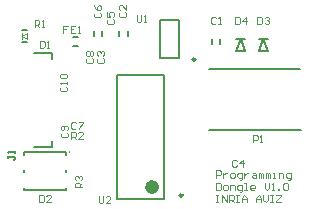
<source format=gto>
%FSAX44Y44*%
%MOMM*%
G71*
G01*
G75*
G04 Layer_Color=65535*
%ADD10R,2.0320X0.7620*%
%ADD11R,0.6000X0.6000*%
%ADD12O,1.8000X0.4500*%
%ADD13R,0.5000X0.6000*%
%ADD14R,0.9000X0.7000*%
%ADD15R,0.6000X0.5000*%
%ADD16R,2.1000X1.4750*%
%ADD17R,1.3800X0.4500*%
%ADD18R,1.9000X2.3750*%
%ADD19R,1.9000X1.1750*%
%ADD20R,0.7000X0.9000*%
%ADD21R,1.4000X0.7000*%
%ADD22O,2.1000X0.3500*%
%ADD23C,0.2000*%
%ADD24C,0.3000*%
%ADD25C,0.6000*%
%ADD26C,1.0160*%
%ADD27C,1.3000*%
G04:AMPARAMS|DCode=28|XSize=1.4mm|YSize=1.4mm|CornerRadius=0mm|HoleSize=0mm|Usage=FLASHONLY|Rotation=0.000|XOffset=0mm|YOffset=0mm|HoleType=Round|Shape=Relief|Width=0.15mm|Gap=0.15mm|Entries=4|*
%AMTHD28*
7,0,0,1.4000,1.1000,0.1500,45*
%
%ADD28THD28*%
%ADD29C,0.2500*%
%ADD30C,0.6000*%
%ADD31C,0.1250*%
%ADD32C,0.1500*%
D23*
X00313260Y00299750D02*
G03*
X00313260Y00299750I-00000010J00000000D01*
G01*
X00431000Y00318250D02*
X00509000D01*
X00431000Y00370250D02*
X00508000D01*
X00454000Y00395750D02*
X00462000D01*
X00454000Y00385750D02*
X00462000D01*
X00454000D02*
X00458000Y00395750D01*
X00462000Y00385750D01*
X00473250Y00395750D02*
X00481250D01*
X00473250Y00385750D02*
X00481250D01*
X00473250D02*
X00477250Y00395750D01*
X00481250Y00385750D01*
X00405500Y00379750D02*
Y00411750D01*
X00390000Y00379750D02*
Y00411750D01*
Y00379750D02*
X00405500D01*
X00390000Y00411750D02*
X00405500D01*
X00355250Y00398000D02*
Y00402000D01*
X00362250Y00398000D02*
Y00402000D01*
X00433500Y00391750D02*
Y00395750D01*
X00440500Y00391750D02*
Y00395750D01*
X00283250Y00304000D02*
X00298250D01*
Y00309000D01*
X00283250Y00384000D02*
X00298250D01*
Y00379000D02*
Y00384000D01*
X00316000Y00390000D02*
X00320000D01*
X00316000Y00397000D02*
X00320000D01*
X00274250Y00297750D02*
Y00299750D01*
X00310250D01*
Y00297750D02*
Y00299750D01*
Y00267750D02*
Y00269750D01*
X00274250Y00267750D02*
X00310250D01*
X00274250D02*
Y00269750D01*
X00310250Y00282750D02*
Y00284750D01*
X00274250Y00282750D02*
Y00284750D01*
X00393000Y00260250D02*
Y00365250D01*
X00353000Y00260250D02*
Y00365250D01*
Y00260250D02*
X00393000D01*
X00353000Y00365250D02*
X00393000D01*
X00333500Y00398000D02*
Y00402000D01*
X00340500Y00398000D02*
Y00402000D01*
X00272750Y00393250D02*
X00276750D01*
X00272750Y00403250D02*
X00276750D01*
D29*
X00419750Y00378250D02*
G03*
X00419750Y00378250I-00001250J00000000D01*
G01*
X00408750Y00263250D02*
G03*
X00408750Y00263250I-00001250J00000000D01*
G01*
D30*
X00386000Y00270250D02*
G03*
X00386000Y00270250I-00003000J00000000D01*
G01*
D31*
X00272750Y00398250D02*
X00276750Y00400750D01*
Y00395750D02*
Y00400750D01*
X00272750Y00398250D02*
X00276750Y00395750D01*
X00272750Y00395750D02*
Y00400750D01*
X00468500Y00308000D02*
Y00313998D01*
X00471499D01*
X00472499Y00312998D01*
Y00310999D01*
X00471499Y00309999D01*
X00468500D01*
X00474498Y00308000D02*
X00476497D01*
X00475498D01*
Y00313998D01*
X00474498Y00312998D01*
X00453500Y00413998D02*
Y00408000D01*
X00456499D01*
X00457499Y00409000D01*
Y00412998D01*
X00456499Y00413998D01*
X00453500D01*
X00462497Y00408000D02*
Y00413998D01*
X00459498Y00410999D01*
X00463497D01*
X00472250Y00414248D02*
Y00408250D01*
X00475249D01*
X00476249Y00409250D01*
Y00413248D01*
X00475249Y00414248D01*
X00472250D01*
X00478248Y00413248D02*
X00479248Y00414248D01*
X00481247D01*
X00482247Y00413248D01*
Y00412249D01*
X00481247Y00411249D01*
X00480247D01*
X00481247D01*
X00482247Y00410249D01*
Y00409250D01*
X00481247Y00408250D01*
X00479248D01*
X00478248Y00409250D01*
X00370000Y00415998D02*
Y00411000D01*
X00371000Y00410000D01*
X00372999D01*
X00373999Y00411000D01*
Y00415998D01*
X00375998Y00410000D02*
X00377997D01*
X00376998D01*
Y00415998D01*
X00375998Y00414998D01*
X00306752Y00316249D02*
X00305752Y00315249D01*
Y00313250D01*
X00306752Y00312250D01*
X00310750D01*
X00311750Y00313250D01*
Y00315249D01*
X00310750Y00316249D01*
Y00318248D02*
X00311750Y00319248D01*
Y00321247D01*
X00310750Y00322247D01*
X00306752D01*
X00305752Y00321247D01*
Y00319248D01*
X00306752Y00318248D01*
X00307751D01*
X00308751Y00319248D01*
Y00322247D01*
X00454749Y00292498D02*
X00453749Y00293498D01*
X00451750D01*
X00450750Y00292498D01*
Y00288500D01*
X00451750Y00287500D01*
X00453749D01*
X00454749Y00288500D01*
X00459747Y00287500D02*
Y00293498D01*
X00456748Y00290499D01*
X00460747D01*
X00337502Y00379499D02*
X00336502Y00378499D01*
Y00376500D01*
X00337502Y00375500D01*
X00341500D01*
X00342500Y00376500D01*
Y00378499D01*
X00341500Y00379499D01*
X00337502Y00381498D02*
X00336502Y00382498D01*
Y00384497D01*
X00337502Y00385497D01*
X00338501D01*
X00339501Y00384497D01*
Y00383497D01*
Y00384497D01*
X00340501Y00385497D01*
X00341500D01*
X00342500Y00384497D01*
Y00382498D01*
X00341500Y00381498D01*
X00337750Y00262498D02*
Y00257500D01*
X00338750Y00256500D01*
X00340749D01*
X00341749Y00257500D01*
Y00262498D01*
X00347747Y00256500D02*
X00343748D01*
X00347747Y00260499D01*
Y00261498D01*
X00346747Y00262498D01*
X00344748D01*
X00343748Y00261498D01*
X00323750Y00270000D02*
X00317752D01*
Y00272999D01*
X00318752Y00273999D01*
X00320751D01*
X00321751Y00272999D01*
Y00270000D01*
Y00271999D02*
X00323750Y00273999D01*
X00318752Y00275998D02*
X00317752Y00276998D01*
Y00278997D01*
X00318752Y00279997D01*
X00319751D01*
X00320751Y00278997D01*
Y00277997D01*
Y00278997D01*
X00321751Y00279997D01*
X00322750D01*
X00323750Y00278997D01*
Y00276998D01*
X00322750Y00275998D01*
X00314500Y00310750D02*
Y00316748D01*
X00317499D01*
X00318499Y00315748D01*
Y00313749D01*
X00317499Y00312749D01*
X00314500D01*
X00316499D02*
X00318499Y00310750D01*
X00324497D02*
X00320498D01*
X00324497Y00314749D01*
Y00315748D01*
X00323497Y00316748D01*
X00321498D01*
X00320498Y00315748D01*
X00283500Y00405750D02*
Y00411748D01*
X00286499D01*
X00287499Y00410748D01*
Y00408749D01*
X00286499Y00407749D01*
X00283500D01*
X00285499D02*
X00287499Y00405750D01*
X00289498D02*
X00291497D01*
X00290498D01*
Y00411748D01*
X00289498Y00410748D01*
X00311999Y00406748D02*
X00308000D01*
Y00403749D01*
X00309999D01*
X00308000D01*
Y00400750D01*
X00317997Y00406748D02*
X00313998D01*
Y00400750D01*
X00317997D01*
X00313998Y00403749D02*
X00315997D01*
X00319996Y00400750D02*
X00321996D01*
X00320996D01*
Y00406748D01*
X00319996Y00405748D01*
X00287500Y00263498D02*
Y00257500D01*
X00290499D01*
X00291499Y00258500D01*
Y00262498D01*
X00290499Y00263498D01*
X00287500D01*
X00297497Y00257500D02*
X00293498D01*
X00297497Y00261499D01*
Y00262498D01*
X00296497Y00263498D01*
X00294498D01*
X00293498Y00262498D01*
X00306002Y00355249D02*
X00305002Y00354249D01*
Y00352250D01*
X00306002Y00351250D01*
X00310000D01*
X00311000Y00352250D01*
Y00354249D01*
X00310000Y00355249D01*
X00311000Y00357248D02*
Y00359247D01*
Y00358248D01*
X00305002D01*
X00306002Y00357248D01*
Y00362246D02*
X00305002Y00363246D01*
Y00365246D01*
X00306002Y00366245D01*
X00310000D01*
X00311000Y00365246D01*
Y00363246D01*
X00310000Y00362246D01*
X00306002D01*
X00328252Y00379249D02*
X00327252Y00378249D01*
Y00376250D01*
X00328252Y00375250D01*
X00332250D01*
X00333250Y00376250D01*
Y00378249D01*
X00332250Y00379249D01*
X00328252Y00381248D02*
X00327252Y00382248D01*
Y00384247D01*
X00328252Y00385247D01*
X00329251D01*
X00330251Y00384247D01*
X00331251Y00385247D01*
X00332250D01*
X00333250Y00384247D01*
Y00382248D01*
X00332250Y00381248D01*
X00331251D01*
X00330251Y00382248D01*
X00329251Y00381248D01*
X00328252D01*
X00330251Y00382248D02*
Y00384247D01*
X00334752Y00417999D02*
X00333752Y00416999D01*
Y00415000D01*
X00334752Y00414000D01*
X00338750D01*
X00339750Y00415000D01*
Y00416999D01*
X00338750Y00417999D01*
X00333752Y00423997D02*
X00334752Y00421997D01*
X00336751Y00419998D01*
X00338750D01*
X00339750Y00420998D01*
Y00422997D01*
X00338750Y00423997D01*
X00337751D01*
X00336751Y00422997D01*
Y00419998D01*
X00345752Y00412249D02*
X00344752Y00411249D01*
Y00409250D01*
X00345752Y00408250D01*
X00349750D01*
X00350750Y00409250D01*
Y00411249D01*
X00349750Y00412249D01*
X00344752Y00418247D02*
Y00414248D01*
X00347751D01*
X00346751Y00416247D01*
Y00417247D01*
X00347751Y00418247D01*
X00349750D01*
X00350750Y00417247D01*
Y00415248D01*
X00349750Y00414248D01*
X00356252Y00418249D02*
X00355252Y00417249D01*
Y00415250D01*
X00356252Y00414250D01*
X00360250D01*
X00361250Y00415250D01*
Y00417249D01*
X00360250Y00418249D01*
X00361250Y00424247D02*
Y00420248D01*
X00357251Y00424247D01*
X00356252D01*
X00355252Y00423247D01*
Y00421248D01*
X00356252Y00420248D01*
X00437249Y00413498D02*
X00436249Y00414498D01*
X00434250D01*
X00433250Y00413498D01*
Y00409500D01*
X00434250Y00408500D01*
X00436249D01*
X00437249Y00409500D01*
X00439248Y00408500D02*
X00441247D01*
X00440248D01*
Y00414498D01*
X00439248Y00413498D01*
X00318749Y00324498D02*
X00317749Y00325498D01*
X00315750D01*
X00314750Y00324498D01*
Y00320500D01*
X00315750Y00319500D01*
X00317749D01*
X00318749Y00320500D01*
X00320748Y00325498D02*
X00324747D01*
Y00324498D01*
X00320748Y00320500D01*
Y00319500D01*
X00288000Y00394248D02*
Y00388250D01*
X00290999D01*
X00291999Y00389250D01*
Y00393248D01*
X00290999Y00394248D01*
X00288000D01*
X00293998Y00388250D02*
X00295997D01*
X00294998D01*
Y00394248D01*
X00293998Y00393248D01*
X00437250Y00263248D02*
X00439249D01*
X00438250D01*
Y00257250D01*
X00437250D01*
X00439249D01*
X00442248D02*
Y00263248D01*
X00446247Y00257250D01*
Y00263248D01*
X00448246Y00257250D02*
Y00263248D01*
X00451245D01*
X00452245Y00262248D01*
Y00260249D01*
X00451245Y00259249D01*
X00448246D01*
X00450246D02*
X00452245Y00257250D01*
X00454244Y00263248D02*
X00456244D01*
X00455244D01*
Y00257250D01*
X00454244D01*
X00456244D01*
X00459243D02*
Y00261249D01*
X00461242Y00263248D01*
X00463242Y00261249D01*
Y00257250D01*
Y00260249D01*
X00459243D01*
X00471239Y00257250D02*
Y00261249D01*
X00473238Y00263248D01*
X00475238Y00261249D01*
Y00257250D01*
Y00260249D01*
X00471239D01*
X00477237Y00263248D02*
Y00259249D01*
X00479236Y00257250D01*
X00481236Y00259249D01*
Y00263248D01*
X00483235D02*
X00485234D01*
X00484235D01*
Y00257250D01*
X00483235D01*
X00485234D01*
X00488233Y00263248D02*
X00492232D01*
Y00262248D01*
X00488233Y00258250D01*
Y00257250D01*
X00492232D01*
X00437250Y00273748D02*
Y00267750D01*
X00440249D01*
X00441249Y00268750D01*
Y00272748D01*
X00440249Y00273748D01*
X00437250D01*
X00444248Y00267750D02*
X00446247D01*
X00447247Y00268750D01*
Y00270749D01*
X00446247Y00271749D01*
X00444248D01*
X00443248Y00270749D01*
Y00268750D01*
X00444248Y00267750D01*
X00449246D02*
Y00271749D01*
X00452245D01*
X00453245Y00270749D01*
Y00267750D01*
X00457243Y00265751D02*
X00458243D01*
X00459243Y00266750D01*
Y00271749D01*
X00456244D01*
X00455244Y00270749D01*
Y00268750D01*
X00456244Y00267750D01*
X00459243D01*
X00461242D02*
X00463242D01*
X00462242D01*
Y00273748D01*
X00461242D01*
X00469240Y00267750D02*
X00467240D01*
X00466241Y00268750D01*
Y00270749D01*
X00467240Y00271749D01*
X00469240D01*
X00470239Y00270749D01*
Y00269749D01*
X00466241D01*
X00478237Y00273748D02*
Y00269749D01*
X00480236Y00267750D01*
X00482235Y00269749D01*
Y00273748D01*
X00484235Y00267750D02*
X00486234D01*
X00485234D01*
Y00273748D01*
X00484235Y00272748D01*
X00489233Y00267750D02*
Y00268750D01*
X00490233D01*
Y00267750D01*
X00489233D01*
X00494231Y00272748D02*
X00495231Y00273748D01*
X00497230D01*
X00498230Y00272748D01*
Y00268750D01*
X00497230Y00267750D01*
X00495231D01*
X00494231Y00268750D01*
Y00272748D01*
X00437250Y00278250D02*
Y00284248D01*
X00440249D01*
X00441249Y00283248D01*
Y00281249D01*
X00440249Y00280249D01*
X00437250D01*
X00443248Y00282249D02*
Y00278250D01*
Y00280249D01*
X00444248Y00281249D01*
X00445247Y00282249D01*
X00446247D01*
X00450246Y00278250D02*
X00452245D01*
X00453245Y00279250D01*
Y00281249D01*
X00452245Y00282249D01*
X00450246D01*
X00449246Y00281249D01*
Y00279250D01*
X00450246Y00278250D01*
X00457243Y00276251D02*
X00458243D01*
X00459243Y00277250D01*
Y00282249D01*
X00456244D01*
X00455244Y00281249D01*
Y00279250D01*
X00456244Y00278250D01*
X00459243D01*
X00461242Y00282249D02*
Y00278250D01*
Y00280249D01*
X00462242Y00281249D01*
X00463242Y00282249D01*
X00464241D01*
X00468240D02*
X00470239D01*
X00471239Y00281249D01*
Y00278250D01*
X00468240D01*
X00467240Y00279250D01*
X00468240Y00280249D01*
X00471239D01*
X00473238Y00278250D02*
Y00282249D01*
X00474238D01*
X00475238Y00281249D01*
Y00278250D01*
Y00281249D01*
X00476237Y00282249D01*
X00477237Y00281249D01*
Y00278250D01*
X00479236D02*
Y00282249D01*
X00480236D01*
X00481236Y00281249D01*
Y00278250D01*
Y00281249D01*
X00482235Y00282249D01*
X00483235Y00281249D01*
Y00278250D01*
X00485234D02*
X00487234D01*
X00486234D01*
Y00282249D01*
X00485234D01*
X00490233Y00278250D02*
Y00282249D01*
X00493232D01*
X00494231Y00281249D01*
Y00278250D01*
X00498230Y00276251D02*
X00499230D01*
X00500230Y00277250D01*
Y00282249D01*
X00497231D01*
X00496231Y00281249D01*
Y00279250D01*
X00497231Y00278250D01*
X00500230D01*
D32*
X00261252Y00296749D02*
Y00294749D01*
Y00295749D01*
X00266250D01*
X00267250Y00294749D01*
Y00293750D01*
X00266250Y00292750D01*
X00267250Y00298748D02*
Y00300747D01*
Y00299748D01*
X00261252D01*
X00262252Y00298748D01*
M02*

</source>
